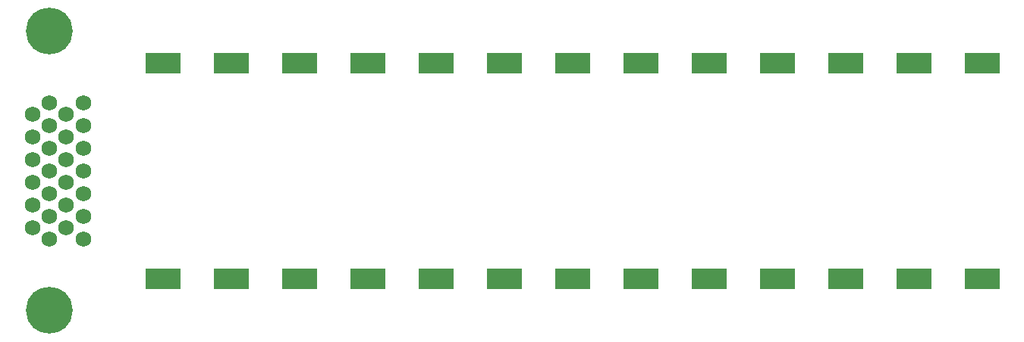
<source format=gbr>
G04 start of page 6 for group -4063 idx -4063 *
G04 Title: (unknown), componentmask *
G04 Creator: pcb 20110918 *
G04 CreationDate: Wed Jul 25 20:17:01 2012 UTC *
G04 For: fosse *
G04 Format: Gerber/RS-274X *
G04 PCB-Dimensions: 476000 152000 *
G04 PCB-Coordinate-Origin: lower left *
%MOIN*%
%FSLAX25Y25*%
%LNTOPMASK*%
%ADD33R,0.0907X0.0907*%
%ADD32C,0.0690*%
%ADD31C,0.2060*%
G54D31*X27000Y14504D03*
G54D32*Y46000D03*
X41961D03*
X34480Y51000D03*
X19520D03*
X27000Y56000D03*
X41961D03*
G54D31*X27000Y137496D03*
G54D32*X34480Y61000D03*
Y71000D03*
Y81000D03*
Y91000D03*
Y101000D03*
X19520Y61000D03*
Y71000D03*
Y81000D03*
Y91000D03*
Y101000D03*
X27000Y66000D03*
Y76000D03*
Y86000D03*
Y96000D03*
Y106000D03*
X41961Y66000D03*
Y76000D03*
Y86000D03*
Y96000D03*
Y106000D03*
G54D33*X433851Y28500D02*X440150D01*
X403871Y28520D02*X410170D01*
X373871D02*X380170D01*
X343871D02*X350170D01*
X433891Y123539D02*X440190D01*
X403891Y123538D02*X410190D01*
X373891D02*X380190D01*
X343891D02*X350190D01*
X253891D02*X260190D01*
X313871Y28520D02*X320170D01*
X283871D02*X290170D01*
X313871Y123519D02*X320170D01*
X283891Y123538D02*X290190D01*
X253871Y28520D02*X260170D01*
X223890Y28500D02*X230189D01*
X163871Y28520D02*X170170D01*
X193891Y28540D02*X200190D01*
X133871Y28520D02*X140170D01*
X103870D02*X110169D01*
X73871D02*X80170D01*
X223871Y123519D02*X230170D01*
X193891Y123538D02*X200190D01*
X163891D02*X170190D01*
X133891D02*X140190D01*
X103891D02*X110190D01*
X73891D02*X80190D01*
M02*

</source>
